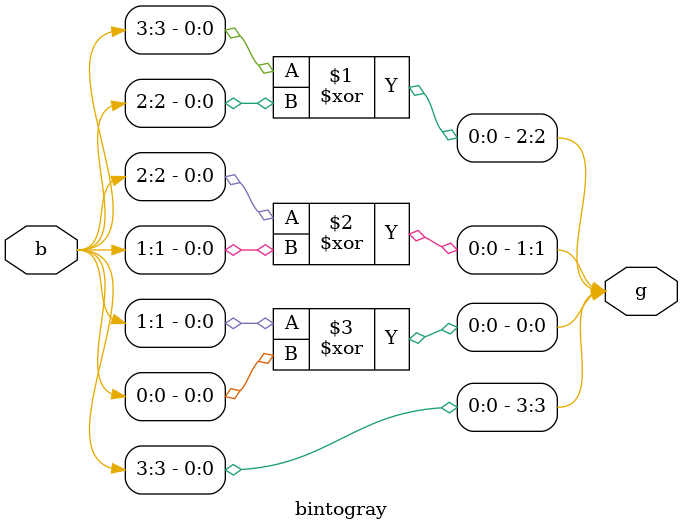
<source format=v>
module bintogray (
input [3:0]b,
output [3:0]g);

assign g[3] = b[3] ;
xor(g[2],b[3],b[2]);
xor(g[1],b[2],b[1]);
xor(g[0],b[1],b[0]);

endmodule

</source>
